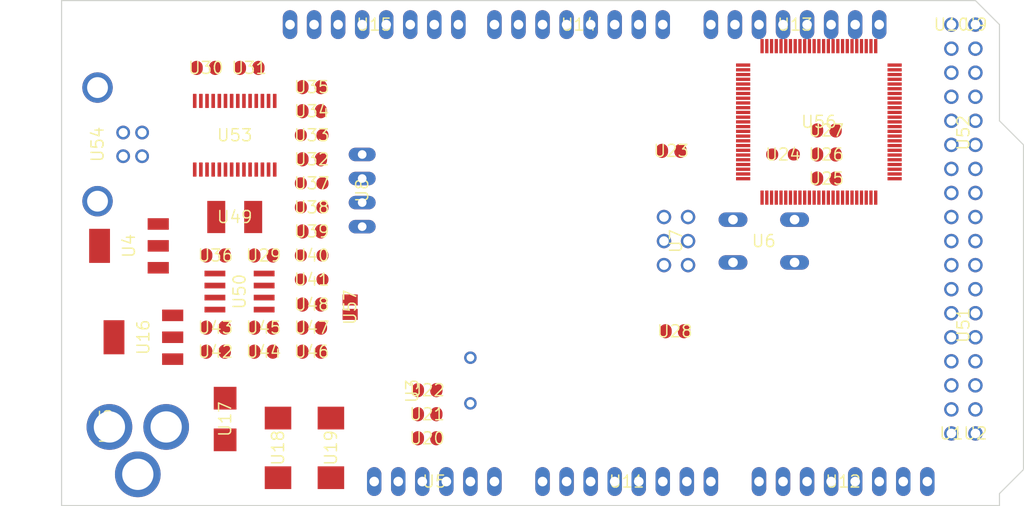
<source format=kicad_pcb>
(kicad_pcb (version 20221018) (generator pcbnew)
  (layers (0 "F.Cu" signal "Top") (31 "B.Cu" signal "Bottom") (34 "B.Paste" user) (35 "F.Paste" user) (36 "B.SilkS" user "B.Silkscreen") (37 "F.SilkS" user "F.Silkscreen") (38 "B.Mask" user) (39 "F.Mask" user) (44 "Edge.Cuts" user))
  (net 0 "")
  (net 1 "+5V")
  (net 2 "GND")
  (net 3 "N$6")
  (net 4 "N$7")
  (net 5 "AREF")
  (net 6 "RESET")
  (net 7 "VIN")
  (net 8 "N$3")
  (net 9 "PWRIN")
  (net 10 "M8RXD")
  (net 11 "M8TXD")
  (net 12 "ADC0")
  (net 13 "ADC2")
  (net 14 "ADC1")
  (net 15 "ADC3")
  (net 16 "ADC4")
  (net 17 "ADC5")
  (net 18 "ADC6")
  (net 19 "ADC7")
  (net 20 "+3V3")
  (net 21 "SDA")
  (net 22 "SCL")
  (net 23 "ADC9")
  (net 24 "ADC8")
  (net 25 "ADC10")
  (net 26 "ADC11")
  (net 27 "ADC12")
  (net 28 "ADC13")
  (net 29 "ADC14")
  (net 30 "ADC15")
  (net 31 "PB3")
  (net 32 "PB2")
  (net 33 "PB1")
  (net 34 "PB5")
  (net 35 "PB4")
  (net 36 "PE5")
  (net 37 "PE4")
  (net 38 "PE3")
  (net 39 "PE1")
  (net 40 "PE0")
  (net 41 "N$15")
  (net 42 "N$53")
  (net 43 "N$54")
  (net 44 "N$55")
  (net 45 "D-")
  (net 46 "D+")
  (net 47 "N$60")
  (net 48 "DTR")
  (net 49 "USBVCC")
  (net 50 "N$2")
  (net 51 "N$4")
  (net 52 "GATE_CMD")
  (net 53 "CMP")
  (net 54 "PB6")
  (net 55 "PH3")
  (net 56 "PH4")
  (net 57 "PH5")
  (net 58 "PH6")
  (net 59 "PG5")
  (net 60 "RXD1")
  (net 61 "TXD1")
  (net 62 "RXD2")
  (net 63 "RXD3")
  (net 64 "TXD2")
  (net 65 "TXD3")
  (net 66 "PC0")
  (net 67 "PC1")
  (net 68 "PC2")
  (net 69 "PC3")
  (net 70 "PC4")
  (net 71 "PC5")
  (net 72 "PC6")
  (net 73 "PC7")
  (net 74 "PB0")
  (net 75 "PG0")
  (net 76 "PG1")
  (net 77 "PG2")
  (net 78 "PD7")
  (net 79 "PA0")
  (net 80 "PA1")
  (net 81 "PA2")
  (net 82 "PA3")
  (net 83 "PA4")
  (net 84 "PA5")
  (net 85 "PA6")
  (net 86 "PA7")
  (net 87 "PL0")
  (net 88 "PL1")
  (net 89 "PL2")
  (net 90 "PL3")
  (net 91 "PL4")
  (net 92 "PL5")
  (net 93 "PL6")
  (net 94 "PL7")
  (net 95 "PB7")
  (net 96 "CTS")
  (net 97 "DSR")
  (net 98 "DCD")
  (net 99 "RI")
  (footprint "Arduino_MEGA_Reference_Design:2X03" (layer "F.Cu") (at 162.5981 103.7336 -90)
    (fp_text reference "U7")
    (fp_text value "")
  )
  (footprint "Arduino_MEGA_Reference_Design:1X08" (layer "F.Cu") (at 152.3111 80.8736 180)
    (fp_text reference "U14")
    (fp_text value "")
  )
  (footprint "Arduino_MEGA_Reference_Design:1X08" (layer "F.Cu") (at 130.7211 80.8736 180)
    (fp_text reference "U15")
    (fp_text value "")
  )
  (footprint "Arduino_MEGA_Reference_Design:SMC_D" (layer "F.Cu") (at 120.5611 125.5776 -90)
    (fp_text reference "U18")
    (fp_text value "")
  )
  (footprint "Arduino_MEGA_Reference_Design:SMC_D" (layer "F.Cu") (at 126.1491 125.5776 -90)
    (fp_text reference "U19")
    (fp_text value "")
  )
  (footprint "Arduino_MEGA_Reference_Design:B3F-10XX" (layer "F.Cu") (at 171.8691 103.7336 180)
    (fp_text reference "U6")
    (fp_text value "")
  )
  (footprint "Arduino_MEGA_Reference_Design:0805RND" (layer "F.Cu") (at 173.9011 94.5896 180)
    (fp_text reference "U24")
    (fp_text value "")
  )
  (footprint "Arduino_MEGA_Reference_Design:SMB" (layer "F.Cu") (at 114.9731 122.5296 -90)
    (fp_text reference "U17")
    (fp_text value "")
  )
  (footprint "Arduino_MEGA_Reference_Design:DC-21MM" (layer "F.Cu") (at 103.0351 123.2916 90)
    (fp_text reference "U55")
    (fp_text value "")
  )
  (footprint "Arduino_MEGA_Reference_Design:HC49_S" (layer "F.Cu") (at 140.8811 118.4656 90)
    (fp_text reference "U3")
    (fp_text value "")
  )
  (footprint "Arduino_MEGA_Reference_Design:SOT223" (layer "F.Cu") (at 106.3371 113.8936 90)
    (fp_text reference "U16")
    (fp_text value "")
  )
  (footprint "Arduino_MEGA_Reference_Design:1X06" (layer "F.Cu") (at 137.0711 129.1336)
    (fp_text reference "U5")
    (fp_text value "")
  )
  (footprint "Arduino_MEGA_Reference_Design:C0805RND" (layer "F.Cu") (at 124.1171 87.4776)
    (fp_text reference "U35")
    (fp_text value "")
  )
  (footprint "Arduino_MEGA_Reference_Design:C0805RND" (layer "F.Cu") (at 162.4711 113.2586)
    (fp_text reference "U28")
    (fp_text value "")
  )
  (footprint "Arduino_MEGA_Reference_Design:C0805RND" (layer "F.Cu") (at 136.3091 122.0216)
    (fp_text reference "U21")
    (fp_text value "")
  )
  (footprint "Arduino_MEGA_Reference_Design:C0805RND" (layer "F.Cu") (at 136.3091 119.4816)
    (fp_text reference "U22")
    (fp_text value "")
  )
  (footprint "Arduino_MEGA_Reference_Design:C0805RND" (layer "F.Cu") (at 113.9571 112.8776)
    (fp_text reference "U43")
    (fp_text value "")
  )
  (footprint "Arduino_MEGA_Reference_Design:RCL_0805RND" (layer "F.Cu") (at 124.1171 105.2576)
    (fp_text reference "U40")
    (fp_text value "")
  )
  (footprint "Arduino_MEGA_Reference_Design:RCL_0805RND" (layer "F.Cu") (at 124.1171 107.7976)
    (fp_text reference "U41")
    (fp_text value "")
  )
  (footprint "Arduino_MEGA_Reference_Design:1X08" (layer "F.Cu") (at 157.3911 129.1336)
    (fp_text reference "U11")
    (fp_text value "")
  )
  (footprint "Arduino_MEGA_Reference_Design:1X08" (layer "F.Cu") (at 175.1711 80.8736 180)
    (fp_text reference "U13")
    (fp_text value "")
  )
  (footprint "Arduino_MEGA_Reference_Design:R0805RND" (layer "F.Cu") (at 178.4731 94.5896 180)
    (fp_text reference "U26")
    (fp_text value "")
  )
  (footprint "Arduino_MEGA_Reference_Design:R0805RND" (layer "F.Cu") (at 178.4731 92.0496 180)
    (fp_text reference "U27")
    (fp_text value "")
  )
  (footprint "Arduino_MEGA_Reference_Design:TQFP100" (layer "F.Cu") (at 177.68763732910156 91.14759826660156 0)
    (fp_text reference "U56")
    (fp_text value "")
  )
  (footprint "Arduino_MEGA_Reference_Design:C0805RND" (layer "F.Cu") (at 162.0901 94.2086 180)
    (fp_text reference "U23")
    (fp_text value "")
  )
  (footprint "Arduino_MEGA_Reference_Design:C0805RND" (layer "F.Cu") (at 136.3091 124.5616)
    (fp_text reference "U20")
    (fp_text value "")
  )
  (footprint "Arduino_MEGA_Reference_Design:1X08" (layer "F.Cu") (at 180.2511 129.1336)
    (fp_text reference "U12")
    (fp_text value "")
  )
  (footprint "Arduino_MEGA_Reference_Design:R0805RND" (layer "F.Cu") (at 124.1171 112.8776)
    (fp_text reference "U47")
    (fp_text value "")
  )
  (footprint "Arduino_MEGA_Reference_Design:C0805RND" (layer "F.Cu") (at 124.1171 115.4176)
    (fp_text reference "U46")
    (fp_text value "")
  )
  (footprint "Arduino_MEGA_Reference_Design:C0805RND" (layer "F.Cu") (at 113.9571 105.2576)
    (fp_text reference "U36")
    (fp_text value "")
  )
  (footprint "Arduino_MEGA_Reference_Design:C0805RND" (layer "F.Cu") (at 112.9411 85.4456)
    (fp_text reference "U30")
    (fp_text value "")
  )
  (footprint "Arduino_MEGA_Reference_Design:0805RND" (layer "F.Cu") (at 124.1171 100.1776 180)
    (fp_text reference "U38")
    (fp_text value "")
  )
  (footprint "Arduino_MEGA_Reference_Design:0805RND" (layer "F.Cu") (at 124.1171 97.6376 180)
    (fp_text reference "U37")
    (fp_text value "")
  )
  (footprint "Arduino_MEGA_Reference_Design:R0805RND" (layer "F.Cu") (at 124.1171 95.0976)
    (fp_text reference "U32")
    (fp_text value "")
  )
  (footprint "Arduino_MEGA_Reference_Design:R0805RND" (layer "F.Cu") (at 124.1171 102.7176)
    (fp_text reference "U39")
    (fp_text value "")
  )
  (footprint "Arduino_MEGA_Reference_Design:SSOP28" (layer "F.Cu") (at 115.9891 92.5576)
    (fp_text reference "U53")
    (fp_text value "")
  )
  (footprint "Arduino_MEGA_Reference_Design:PN61729" (layer "F.Cu") (at 98.9584 93.5228 -90)
    (fp_text reference "U54")
    (fp_text value "")
  )
  (footprint "Arduino_MEGA_Reference_Design:L1812" (layer "F.Cu") (at 115.9891 101.1936)
    (fp_text reference "U49")
    (fp_text value "")
  )
  (footprint "Arduino_MEGA_Reference_Design:C0805RND" (layer "F.Cu") (at 117.5131 85.4456)
    (fp_text reference "U31")
    (fp_text value "")
  )
  (footprint "Arduino_MEGA_Reference_Design:0805RND" (layer "F.Cu") (at 124.1171 92.5576 180)
    (fp_text reference "U33")
    (fp_text value "")
  )
  (footprint "Arduino_MEGA_Reference_Design:R0805RND" (layer "F.Cu") (at 124.1171 90.0176 180)
    (fp_text reference "U34")
    (fp_text value "")
  )
  (footprint "Arduino_MEGA_Reference_Design:C0805RND" (layer "F.Cu") (at 124.1171 110.4392 180)
    (fp_text reference "U48")
    (fp_text value "")
  )
  (footprint "Arduino_MEGA_Reference_Design:SOT223" (layer "F.Cu") (at 104.8131 104.2416 90)
    (fp_text reference "U4")
    (fp_text value "")
  )
  (footprint "Arduino_MEGA_Reference_Design:SO08" (layer "F.Cu") (at 116.4971 109.0676 -90)
    (fp_text reference "U50")
    (fp_text value "")
  )
  (footprint "Arduino_MEGA_Reference_Design:R0805RND" (layer "F.Cu") (at 113.9571 115.4176 180)
    (fp_text reference "U42")
    (fp_text value "")
  )
  (footprint "Arduino_MEGA_Reference_Design:R0805RND" (layer "F.Cu") (at 119.0371 112.8776 180)
    (fp_text reference "U45")
    (fp_text value "")
  )
  (footprint "Arduino_MEGA_Reference_Design:C0805RND" (layer "F.Cu") (at 119.0371 115.4176 180)
    (fp_text reference "U44")
    (fp_text value "")
  )
  (footprint "Arduino_MEGA_Reference_Design:C0805RND" (layer "F.Cu") (at 119.0371 105.2576)
    (fp_text reference "U29")
    (fp_text value "")
  )
  (footprint "Arduino_MEGA_Reference_Design:2X08" (layer "F.Cu") (at 192.9511 92.3036 90)
    (fp_text reference "U52")
    (fp_text value "")
  )
  (footprint "Arduino_MEGA_Reference_Design:2X08" (layer "F.Cu") (at 192.9511 112.6236 90)
    (fp_text reference "U51")
    (fp_text value "")
  )
  (footprint "Arduino_MEGA_Reference_Design:R0805RND" (layer "F.Cu") (at 178.4731 97.1296 180)
    (fp_text reference "U25")
    (fp_text value "")
  )
  (footprint "Arduino_MEGA_Reference_Design:1X01" (layer "F.Cu") (at 191.6811 80.8736)
    (fp_text reference "U10")
    (fp_text value "")
  )
  (footprint "Arduino_MEGA_Reference_Design:1X01" (layer "F.Cu") (at 194.2211 80.8736)
    (fp_text reference "U9")
    (fp_text value "")
  )
  (footprint "Arduino_MEGA_Reference_Design:1X01" (layer "F.Cu") (at 191.6811 124.0536)
    (fp_text reference "U1")
    (fp_text value "")
  )
  (footprint "Arduino_MEGA_Reference_Design:1X01" (layer "F.Cu") (at 194.2211 124.0536)
    (fp_text reference "U2")
    (fp_text value "")
  )
  (footprint "Arduino_MEGA_Reference_Design:SJ" (layer "F.Cu") (at 128.1811 110.7186 -90)
    (fp_text reference "U57")
    (fp_text value "")
  )
  (footprint "Arduino_MEGA_Reference_Design:JP4" (layer "F.Cu") (at 129.4511 98.3996 -90)
    (fp_text reference "U8")
    (fp_text value "")
  )
  (gr_line (start 196.7611 80.8736) (end 196.7611 91.0336) (layer "Edge.Cuts") (width 0.12))
  (gr_line (start 196.7611 130.4036) (end 196.7611 131.6736) (layer "Edge.Cuts") (width 0.12))
  (gr_line (start 194.2211 78.3336) (end 196.7611 80.8736) (layer "Edge.Cuts") (width 0.12))
  (gr_line (start 97.7011 78.3336) (end 194.2211 78.3336) (layer "Edge.Cuts") (width 0.12))
  (gr_line (start 196.7611 91.0336) (end 199.3011 93.5736) (layer "Edge.Cuts") (width 0.12))
  (gr_line (start 97.7011 131.6736) (end 97.7011 78.3336) (layer "Edge.Cuts") (width 0.12))
  (gr_line (start 196.7611 131.6736) (end 97.7011 131.6736) (layer "Edge.Cuts") (width 0.12))
  (gr_line (start 199.3011 93.5736) (end 199.3011 127.8636) (layer "Edge.Cuts") (width 0.12))
  (gr_line (start 199.3011 127.8636) (end 196.7611 130.4036) (layer "Edge.Cuts") (width 0.12))
)
</source>
